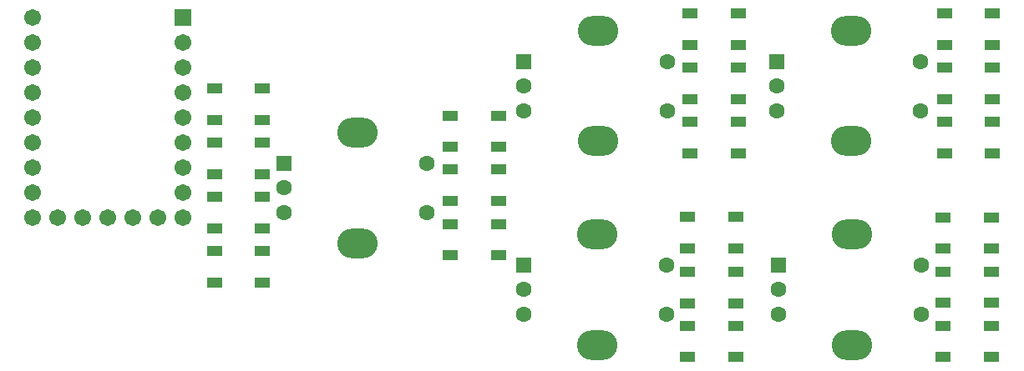
<source format=gbr>
%TF.GenerationSoftware,KiCad,Pcbnew,9.0.6*%
%TF.CreationDate,2026-02-15T17:48:03-07:00*%
%TF.ProjectId,SoundRat,536f756e-6452-4617-942e-6b696361645f,rev?*%
%TF.SameCoordinates,Original*%
%TF.FileFunction,Soldermask,Top*%
%TF.FilePolarity,Negative*%
%FSLAX46Y46*%
G04 Gerber Fmt 4.6, Leading zero omitted, Abs format (unit mm)*
G04 Created by KiCad (PCBNEW 9.0.6) date 2026-02-15 17:48:03*
%MOMM*%
%LPD*%
G01*
G04 APERTURE LIST*
G04 Aperture macros list*
%AMRoundRect*
0 Rectangle with rounded corners*
0 $1 Rounding radius*
0 $2 $3 $4 $5 $6 $7 $8 $9 X,Y pos of 4 corners*
0 Add a 4 corners polygon primitive as box body*
4,1,4,$2,$3,$4,$5,$6,$7,$8,$9,$2,$3,0*
0 Add four circle primitives for the rounded corners*
1,1,$1+$1,$2,$3*
1,1,$1+$1,$4,$5*
1,1,$1+$1,$6,$7*
1,1,$1+$1,$8,$9*
0 Add four rect primitives between the rounded corners*
20,1,$1+$1,$2,$3,$4,$5,0*
20,1,$1+$1,$4,$5,$6,$7,0*
20,1,$1+$1,$6,$7,$8,$9,0*
20,1,$1+$1,$8,$9,$2,$3,0*%
G04 Aperture macros list end*
%ADD10RoundRect,0.102000X-0.754000X-0.754000X0.754000X-0.754000X0.754000X0.754000X-0.754000X0.754000X0*%
%ADD11C,1.712000*%
%ADD12R,1.500000X1.000000*%
%ADD13RoundRect,0.250000X-0.550000X-0.550000X0.550000X-0.550000X0.550000X0.550000X-0.550000X0.550000X0*%
%ADD14C,1.600000*%
%ADD15O,4.100000X3.000000*%
G04 APERTURE END LIST*
D10*
%TO.C,U1*%
X117750000Y-93925000D03*
D11*
X117750000Y-96465000D03*
X117750000Y-99005000D03*
X117750000Y-101545000D03*
X117750000Y-104085000D03*
X117750000Y-106625000D03*
X117750000Y-109165000D03*
X117750000Y-111705000D03*
X117750000Y-114245000D03*
X115210000Y-114245000D03*
X112670000Y-114245000D03*
X110130000Y-114245000D03*
X107590000Y-114245000D03*
X105050000Y-114245000D03*
X102510000Y-114245000D03*
X102510000Y-111705000D03*
X102510000Y-109165000D03*
X102510000Y-106625000D03*
X102510000Y-104085000D03*
X102510000Y-101545000D03*
X102510000Y-99005000D03*
X102510000Y-96465000D03*
X102510000Y-93925000D03*
%TD*%
D12*
%TO.C,D12*%
X168875000Y-114187500D03*
X168875000Y-117387500D03*
X173775000Y-117387500D03*
X173775000Y-114187500D03*
%TD*%
D13*
%TO.C,SW1*%
X127950000Y-108718750D03*
D14*
X127950000Y-113718750D03*
X127950000Y-111218750D03*
X142450000Y-108718750D03*
X142450000Y-113718750D03*
D15*
X135450000Y-105618750D03*
X135450000Y-116818750D03*
%TD*%
D12*
%TO.C,D19*%
X194800000Y-114200000D03*
X194800000Y-117400000D03*
X199700000Y-117400000D03*
X199700000Y-114200000D03*
%TD*%
%TO.C,D11*%
X168875000Y-119712500D03*
X168875000Y-122912500D03*
X173775000Y-122912500D03*
X173775000Y-119712500D03*
%TD*%
%TO.C,D15*%
X120900000Y-106618750D03*
X120900000Y-109818750D03*
X125800000Y-109818750D03*
X125800000Y-106618750D03*
%TD*%
%TO.C,D4*%
X169150000Y-104512500D03*
X169150000Y-107712500D03*
X174050000Y-107712500D03*
X174050000Y-104512500D03*
%TD*%
%TO.C,D2*%
X144850000Y-109362500D03*
X144850000Y-112562500D03*
X149750000Y-112562500D03*
X149750000Y-109362500D03*
%TD*%
%TO.C,D8*%
X194900000Y-99012500D03*
X194900000Y-102212500D03*
X199800000Y-102212500D03*
X199800000Y-99012500D03*
%TD*%
%TO.C,D16*%
X120900000Y-101118750D03*
X120900000Y-104318750D03*
X125800000Y-104318750D03*
X125800000Y-101118750D03*
%TD*%
D13*
%TO.C,SW5*%
X178050000Y-119050000D03*
D14*
X178050000Y-124050000D03*
X178050000Y-121550000D03*
X192550000Y-119050000D03*
X192550000Y-124050000D03*
D15*
X185550000Y-115950000D03*
X185550000Y-127150000D03*
%TD*%
D12*
%TO.C,D13*%
X120900000Y-117618750D03*
X120900000Y-120818750D03*
X125800000Y-120818750D03*
X125800000Y-117618750D03*
%TD*%
D13*
%TO.C,SW3*%
X177950000Y-98362500D03*
D14*
X177950000Y-103362500D03*
X177950000Y-100862500D03*
X192450000Y-98362500D03*
X192450000Y-103362500D03*
D15*
X185450000Y-95262500D03*
X185450000Y-106462500D03*
%TD*%
D13*
%TO.C,SW4*%
X152225000Y-119050000D03*
D14*
X152225000Y-124050000D03*
X152225000Y-121550000D03*
X166725000Y-119050000D03*
X166725000Y-124050000D03*
D15*
X159725000Y-115950000D03*
X159725000Y-127150000D03*
%TD*%
D12*
%TO.C,D18*%
X194800000Y-119700000D03*
X194800000Y-122900000D03*
X199700000Y-122900000D03*
X199700000Y-119700000D03*
%TD*%
%TO.C,D7*%
X194900000Y-104512500D03*
X194900000Y-107712500D03*
X199800000Y-107712500D03*
X199800000Y-104512500D03*
%TD*%
%TO.C,D6*%
X169150000Y-93512500D03*
X169150000Y-96712500D03*
X174050000Y-96712500D03*
X174050000Y-93512500D03*
%TD*%
D13*
%TO.C,SW2*%
X152300000Y-98362500D03*
D14*
X152300000Y-103362500D03*
X152300000Y-100862500D03*
X166800000Y-98362500D03*
X166800000Y-103362500D03*
D15*
X159800000Y-95262500D03*
X159800000Y-106462500D03*
%TD*%
D12*
%TO.C,D14*%
X120900000Y-112118750D03*
X120900000Y-115318750D03*
X125800000Y-115318750D03*
X125800000Y-112118750D03*
%TD*%
%TO.C,D10*%
X168875000Y-125212500D03*
X168875000Y-128412500D03*
X173775000Y-128412500D03*
X173775000Y-125212500D03*
%TD*%
%TO.C,D9*%
X194900000Y-93512500D03*
X194900000Y-96712500D03*
X199800000Y-96712500D03*
X199800000Y-93512500D03*
%TD*%
%TO.C,D5*%
X169150000Y-99012500D03*
X169150000Y-102212500D03*
X174050000Y-102212500D03*
X174050000Y-99012500D03*
%TD*%
%TO.C,D1*%
X144850000Y-114868750D03*
X144850000Y-118068750D03*
X149750000Y-118068750D03*
X149750000Y-114868750D03*
%TD*%
%TO.C,D3*%
X144850000Y-103868750D03*
X144850000Y-107068750D03*
X149750000Y-107068750D03*
X149750000Y-103868750D03*
%TD*%
%TO.C,D17*%
X194800000Y-125200000D03*
X194800000Y-128400000D03*
X199700000Y-128400000D03*
X199700000Y-125200000D03*
%TD*%
M02*

</source>
